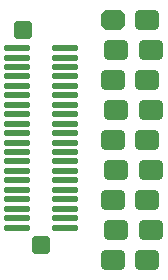
<source format=gbr>
%TF.GenerationSoftware,Altium Limited,Altium Designer,24.8.2 (39)*%
G04 Layer_Color=255*
%FSLAX45Y45*%
%MOMM*%
%TF.SameCoordinates,FBB41CCB-3D8C-4B0B-A071-B3836E82DD1E*%
%TF.FilePolarity,Positive*%
%TF.FileFunction,Pads,Top*%
%TF.Part,Single*%
G01*
G75*
%TA.AperFunction,SMDPad,CuDef*%
G04:AMPARAMS|DCode=10|XSize=2.2mm|YSize=0.5mm|CornerRadius=0.125mm|HoleSize=0mm|Usage=FLASHONLY|Rotation=0.000|XOffset=0mm|YOffset=0mm|HoleType=Round|Shape=RoundedRectangle|*
%AMROUNDEDRECTD10*
21,1,2.20000,0.25000,0,0,0.0*
21,1,1.95000,0.50000,0,0,0.0*
1,1,0.25000,0.97500,-0.12500*
1,1,0.25000,-0.97500,-0.12500*
1,1,0.25000,-0.97500,0.12500*
1,1,0.25000,0.97500,0.12500*
%
%ADD10ROUNDEDRECTD10*%
%TA.AperFunction,ComponentPad*%
G04:AMPARAMS|DCode=14|XSize=1.7mm|YSize=2.1mm|CornerRadius=0mm|HoleSize=0mm|Usage=FLASHONLY|Rotation=270.000|XOffset=0mm|YOffset=0mm|HoleType=Round|Shape=Octagon|*
%AMOCTAGOND14*
4,1,8,1.05000,0.42500,1.05000,-0.42500,0.62500,-0.85000,-0.62500,-0.85000,-1.05000,-0.42500,-1.05000,0.42500,-0.62500,0.85000,0.62500,0.85000,1.05000,0.42500,0.0*
%
%ADD14OCTAGOND14*%

G04:AMPARAMS|DCode=15|XSize=1.7mm|YSize=2.1mm|CornerRadius=0.425mm|HoleSize=0mm|Usage=FLASHONLY|Rotation=270.000|XOffset=0mm|YOffset=0mm|HoleType=Round|Shape=RoundedRectangle|*
%AMROUNDEDRECTD15*
21,1,1.70000,1.25001,0,0,270.0*
21,1,0.85000,2.10000,0,0,270.0*
1,1,0.85000,-0.62500,-0.42500*
1,1,0.85000,-0.62500,0.42500*
1,1,0.85000,0.62500,0.42500*
1,1,0.85000,0.62500,-0.42500*
%
%ADD15ROUNDEDRECTD15*%
G04:AMPARAMS|DCode=16|XSize=1.55mm|YSize=1.6mm|CornerRadius=0.3875mm|HoleSize=0mm|Usage=FLASHONLY|Rotation=270.000|XOffset=0mm|YOffset=0mm|HoleType=Round|Shape=RoundedRectangle|*
%AMROUNDEDRECTD16*
21,1,1.55000,0.82500,0,0,270.0*
21,1,0.77500,1.60000,0,0,270.0*
1,1,0.77500,-0.41250,-0.38750*
1,1,0.77500,-0.41250,0.38750*
1,1,0.77500,0.41250,0.38750*
1,1,0.77500,0.41250,-0.38750*
%
%ADD16ROUNDEDRECTD16*%
D10*
X240002Y2089998D02*
D03*
X646001D02*
D03*
X240002Y2009999D02*
D03*
Y1929999D02*
D03*
Y1849999D02*
D03*
Y1769999D02*
D03*
Y1689999D02*
D03*
Y1609999D02*
D03*
Y1529999D02*
D03*
Y1450000D02*
D03*
Y1370000D02*
D03*
Y1290000D02*
D03*
Y1210000D02*
D03*
Y1130000D02*
D03*
Y1050000D02*
D03*
Y970001D02*
D03*
Y890001D02*
D03*
Y810001D02*
D03*
Y730001D02*
D03*
Y650001D02*
D03*
Y570001D02*
D03*
X646001Y2009999D02*
D03*
Y1929999D02*
D03*
Y1849999D02*
D03*
Y1769999D02*
D03*
Y1689999D02*
D03*
Y1609999D02*
D03*
Y1529999D02*
D03*
Y1450000D02*
D03*
Y1370000D02*
D03*
Y1290000D02*
D03*
Y1210000D02*
D03*
Y1130000D02*
D03*
Y1050000D02*
D03*
Y970001D02*
D03*
Y890001D02*
D03*
Y810001D02*
D03*
Y730001D02*
D03*
Y650001D02*
D03*
Y570001D02*
D03*
D14*
X1050000Y2328001D02*
D03*
D15*
X1076000Y2074001D02*
D03*
X1050000Y1820001D02*
D03*
X1076000Y1566001D02*
D03*
X1050000Y1312001D02*
D03*
X1076000Y1058001D02*
D03*
X1050000Y804001D02*
D03*
X1344000Y2328001D02*
D03*
X1370000Y2074001D02*
D03*
X1344000Y1820001D02*
D03*
X1370000Y1566001D02*
D03*
X1344000Y1312001D02*
D03*
X1370000Y1058001D02*
D03*
X1344000Y804001D02*
D03*
X1076000Y550001D02*
D03*
X1050000Y296001D02*
D03*
X1370000Y550001D02*
D03*
X1344000Y296001D02*
D03*
D16*
X443001Y419999D02*
D03*
X292999Y2240001D02*
D03*
%TF.MD5,7e6b727089e0b7d69f916026f5bf223b*%
M02*

</source>
